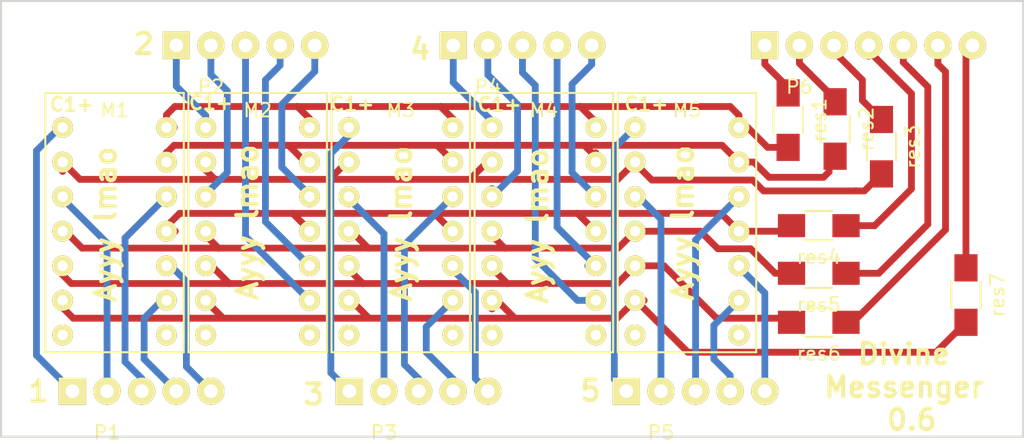
<source format=kicad_pcb>
(kicad_pcb (version 4) (host pcbnew 4.0.2+dfsg1-stable)

  (general
    (links 67)
    (no_connects 0)
    (area 137.124999 45.524999 213.275001 78.675001)
    (thickness 1.6)
    (drawings 20)
    (tracks 293)
    (zones 0)
    (modules 18)
    (nets 40)
  )

  (page A4)
  (layers
    (0 F.Cu signal)
    (31 B.Cu signal)
    (32 B.Adhes user hide)
    (33 F.Adhes user hide)
    (34 B.Paste user hide)
    (35 F.Paste user hide)
    (36 B.SilkS user)
    (37 F.SilkS user)
    (38 B.Mask user)
    (39 F.Mask user)
    (40 Dwgs.User user hide)
    (41 Cmts.User user hide)
    (42 Eco1.User user hide)
    (43 Eco2.User user hide)
    (44 Edge.Cuts user)
    (45 Margin user hide)
    (46 B.CrtYd user hide)
    (47 F.CrtYd user hide)
    (48 B.Fab user hide)
    (49 F.Fab user hide)
  )

  (setup
    (last_trace_width 0.5)
    (trace_clearance 0.2)
    (zone_clearance 0.508)
    (zone_45_only no)
    (trace_min 0.5)
    (segment_width 0.2)
    (edge_width 0.15)
    (via_size 0.6)
    (via_drill 0.4)
    (via_min_size 0.4)
    (via_min_drill 0.3)
    (uvia_size 0.3)
    (uvia_drill 0.1)
    (uvias_allowed no)
    (uvia_min_size 0.2)
    (uvia_min_drill 0.1)
    (pcb_text_width 0.3)
    (pcb_text_size 1.5 1.5)
    (mod_edge_width 0.15)
    (mod_text_size 1 1)
    (mod_text_width 0.15)
    (pad_size 1.524 1.524)
    (pad_drill 0.762)
    (pad_to_mask_clearance 0.2)
    (aux_axis_origin 0 0)
    (visible_elements FFFFFF1F)
    (pcbplotparams
      (layerselection 0x010f0_80000001)
      (usegerberextensions false)
      (excludeedgelayer true)
      (linewidth 0.100000)
      (plotframeref false)
      (viasonmask false)
      (mode 1)
      (useauxorigin false)
      (hpglpennumber 1)
      (hpglpenspeed 20)
      (hpglpendiameter 15)
      (hpglpenoverlay 2)
      (psnegative false)
      (psa4output false)
      (plotreference true)
      (plotvalue true)
      (plotinvisibletext false)
      (padsonsilk false)
      (subtractmaskfromsilk false)
      (outputformat 1)
      (mirror false)
      (drillshape 0)
      (scaleselection 1)
      (outputdirectory ""))
  )

  (net 0 "")
  (net 1 C1)
  (net 2 R3)
  (net 3 C2)
  (net 4 R5)
  (net 5 R6)
  (net 6 R7)
  (net 7 C4)
  (net 8 R4)
  (net 9 C3)
  (net 10 R2)
  (net 11 R1)
  (net 12 C6)
  (net 13 C7)
  (net 14 C10)
  (net 15 C8)
  (net 16 C11)
  (net 17 C12)
  (net 18 C14)
  (net 19 C13)
  (net 20 C16)
  (net 21 C17)
  (net 22 C19)
  (net 23 C18)
  (net 24 C21)
  (net 25 C22)
  (net 26 C24)
  (net 27 C25)
  (net 28 C23)
  (net 29 C5)
  (net 30 C9)
  (net 31 C15)
  (net 32 C20)
  (net 33 "Net-(P6-Pad1)")
  (net 34 "Net-(P6-Pad2)")
  (net 35 "Net-(P6-Pad3)")
  (net 36 "Net-(P6-Pad4)")
  (net 37 "Net-(P6-Pad5)")
  (net 38 "Net-(P6-Pad6)")
  (net 39 "Net-(P6-Pad7)")

  (net_class Default "This is the default net class."
    (clearance 0.2)
    (trace_width 0.5)
    (via_dia 0.6)
    (via_drill 0.4)
    (uvia_dia 0.3)
    (uvia_drill 0.1)
  )

  (net_class now3 ""
    (clearance 0.2)
    (trace_width 0.5)
    (via_dia 0.6)
    (via_drill 0.4)
    (uvia_dia 0.3)
    (uvia_drill 0.1)
  )

  (net_class now4 ""
    (clearance 0.2)
    (trace_width 0.5)
    (via_dia 0.6)
    (via_drill 0.4)
    (uvia_dia 0.3)
    (uvia_drill 0.1)
    (add_net C1)
    (add_net C10)
    (add_net C11)
    (add_net C12)
    (add_net C13)
    (add_net C14)
    (add_net C15)
    (add_net C16)
    (add_net C17)
    (add_net C18)
    (add_net C19)
    (add_net C2)
    (add_net C20)
    (add_net C21)
    (add_net C22)
    (add_net C23)
    (add_net C24)
    (add_net C25)
    (add_net C3)
    (add_net C4)
    (add_net C5)
    (add_net C6)
    (add_net C7)
    (add_net C8)
    (add_net C9)
    (add_net "Net-(P6-Pad1)")
    (add_net "Net-(P6-Pad2)")
    (add_net "Net-(P6-Pad3)")
    (add_net "Net-(P6-Pad4)")
    (add_net "Net-(P6-Pad5)")
    (add_net "Net-(P6-Pad6)")
    (add_net "Net-(P6-Pad7)")
    (add_net R1)
    (add_net R2)
    (add_net R3)
    (add_net R4)
    (add_net R5)
    (add_net R6)
    (add_net R7)
  )

  (module Resistors_SMD:R_1206_HandSoldering (layer F.Cu) (tedit 5418A20D) (tstamp 5B840DBF)
    (at 194.75 53.75 270)
    (descr "Resistor SMD 1206, hand soldering")
    (tags "resistor 1206")
    (path /5B841175)
    (attr smd)
    (fp_text reference res1 (at 0 -2.3 270) (layer F.SilkS)
      (effects (font (size 1 1) (thickness 0.15)))
    )
    (fp_text value 1000 (at 0 2.3 270) (layer F.Fab)
      (effects (font (size 1 1) (thickness 0.15)))
    )
    (fp_line (start -3.3 -1.2) (end 3.3 -1.2) (layer F.CrtYd) (width 0.05))
    (fp_line (start -3.3 1.2) (end 3.3 1.2) (layer F.CrtYd) (width 0.05))
    (fp_line (start -3.3 -1.2) (end -3.3 1.2) (layer F.CrtYd) (width 0.05))
    (fp_line (start 3.3 -1.2) (end 3.3 1.2) (layer F.CrtYd) (width 0.05))
    (fp_line (start 1 1.075) (end -1 1.075) (layer F.SilkS) (width 0.15))
    (fp_line (start -1 -1.075) (end 1 -1.075) (layer F.SilkS) (width 0.15))
    (pad 1 smd rect (at -2 0 270) (size 2 1.7) (layers F.Cu F.Paste F.Mask)
      (net 33 "Net-(P6-Pad1)"))
    (pad 2 smd rect (at 2 0 270) (size 2 1.7) (layers F.Cu F.Paste F.Mask)
      (net 11 R1))
    (model Resistors_SMD.3dshapes/R_1206_HandSoldering.wrl
      (at (xyz 0 0 0))
      (scale (xyz 1 1 1))
      (rotate (xyz 0 0 0))
    )
  )

  (module Resistors_SMD:R_1206_HandSoldering (layer F.Cu) (tedit 5418A20D) (tstamp 5B840DC5)
    (at 198.2 54.4 270)
    (descr "Resistor SMD 1206, hand soldering")
    (tags "resistor 1206")
    (path /5B84120A)
    (attr smd)
    (fp_text reference res2 (at 0 -2.3 270) (layer F.SilkS)
      (effects (font (size 1 1) (thickness 0.15)))
    )
    (fp_text value 1000 (at 0 2.3 270) (layer F.Fab)
      (effects (font (size 1 1) (thickness 0.15)))
    )
    (fp_line (start -3.3 -1.2) (end 3.3 -1.2) (layer F.CrtYd) (width 0.05))
    (fp_line (start -3.3 1.2) (end 3.3 1.2) (layer F.CrtYd) (width 0.05))
    (fp_line (start -3.3 -1.2) (end -3.3 1.2) (layer F.CrtYd) (width 0.05))
    (fp_line (start 3.3 -1.2) (end 3.3 1.2) (layer F.CrtYd) (width 0.05))
    (fp_line (start 1 1.075) (end -1 1.075) (layer F.SilkS) (width 0.15))
    (fp_line (start -1 -1.075) (end 1 -1.075) (layer F.SilkS) (width 0.15))
    (pad 1 smd rect (at -2 0 270) (size 2 1.7) (layers F.Cu F.Paste F.Mask)
      (net 34 "Net-(P6-Pad2)"))
    (pad 2 smd rect (at 2 0 270) (size 2 1.7) (layers F.Cu F.Paste F.Mask)
      (net 10 R2))
    (model Resistors_SMD.3dshapes/R_1206_HandSoldering.wrl
      (at (xyz 0 0 0))
      (scale (xyz 1 1 1))
      (rotate (xyz 0 0 0))
    )
  )

  (module Resistors_SMD:R_1206_HandSoldering (layer F.Cu) (tedit 5418A20D) (tstamp 5B840DCB)
    (at 201.6 55.7 270)
    (descr "Resistor SMD 1206, hand soldering")
    (tags "resistor 1206")
    (path /5B84123B)
    (attr smd)
    (fp_text reference res3 (at 0 -2.3 270) (layer F.SilkS)
      (effects (font (size 1 1) (thickness 0.15)))
    )
    (fp_text value 1000 (at 0 2.3 270) (layer F.Fab)
      (effects (font (size 1 1) (thickness 0.15)))
    )
    (fp_line (start -3.3 -1.2) (end 3.3 -1.2) (layer F.CrtYd) (width 0.05))
    (fp_line (start -3.3 1.2) (end 3.3 1.2) (layer F.CrtYd) (width 0.05))
    (fp_line (start -3.3 -1.2) (end -3.3 1.2) (layer F.CrtYd) (width 0.05))
    (fp_line (start 3.3 -1.2) (end 3.3 1.2) (layer F.CrtYd) (width 0.05))
    (fp_line (start 1 1.075) (end -1 1.075) (layer F.SilkS) (width 0.15))
    (fp_line (start -1 -1.075) (end 1 -1.075) (layer F.SilkS) (width 0.15))
    (pad 1 smd rect (at -2 0 270) (size 2 1.7) (layers F.Cu F.Paste F.Mask)
      (net 35 "Net-(P6-Pad3)"))
    (pad 2 smd rect (at 2 0 270) (size 2 1.7) (layers F.Cu F.Paste F.Mask)
      (net 2 R3))
    (model Resistors_SMD.3dshapes/R_1206_HandSoldering.wrl
      (at (xyz 0 0 0))
      (scale (xyz 1 1 1))
      (rotate (xyz 0 0 0))
    )
  )

  (module Resistors_SMD:R_1206_HandSoldering (layer F.Cu) (tedit 5418A20D) (tstamp 5B840DD1)
    (at 197 61.5 180)
    (descr "Resistor SMD 1206, hand soldering")
    (tags "resistor 1206")
    (path /5B841273)
    (attr smd)
    (fp_text reference res4 (at 0 -2.3 180) (layer F.SilkS)
      (effects (font (size 1 1) (thickness 0.15)))
    )
    (fp_text value 1000 (at 0 2.3 180) (layer F.Fab)
      (effects (font (size 1 1) (thickness 0.15)))
    )
    (fp_line (start -3.3 -1.2) (end 3.3 -1.2) (layer F.CrtYd) (width 0.05))
    (fp_line (start -3.3 1.2) (end 3.3 1.2) (layer F.CrtYd) (width 0.05))
    (fp_line (start -3.3 -1.2) (end -3.3 1.2) (layer F.CrtYd) (width 0.05))
    (fp_line (start 3.3 -1.2) (end 3.3 1.2) (layer F.CrtYd) (width 0.05))
    (fp_line (start 1 1.075) (end -1 1.075) (layer F.SilkS) (width 0.15))
    (fp_line (start -1 -1.075) (end 1 -1.075) (layer F.SilkS) (width 0.15))
    (pad 1 smd rect (at -2 0 180) (size 2 1.7) (layers F.Cu F.Paste F.Mask)
      (net 36 "Net-(P6-Pad4)"))
    (pad 2 smd rect (at 2 0 180) (size 2 1.7) (layers F.Cu F.Paste F.Mask)
      (net 8 R4))
    (model Resistors_SMD.3dshapes/R_1206_HandSoldering.wrl
      (at (xyz 0 0 0))
      (scale (xyz 1 1 1))
      (rotate (xyz 0 0 0))
    )
  )

  (module Resistors_SMD:R_1206_HandSoldering (layer F.Cu) (tedit 5418A20D) (tstamp 5B840DD7)
    (at 197 65 180)
    (descr "Resistor SMD 1206, hand soldering")
    (tags "resistor 1206")
    (path /5B8412DF)
    (attr smd)
    (fp_text reference res5 (at 0 -2.3 180) (layer F.SilkS)
      (effects (font (size 1 1) (thickness 0.15)))
    )
    (fp_text value 1000 (at 0 2.3 180) (layer F.Fab)
      (effects (font (size 1 1) (thickness 0.15)))
    )
    (fp_line (start -3.3 -1.2) (end 3.3 -1.2) (layer F.CrtYd) (width 0.05))
    (fp_line (start -3.3 1.2) (end 3.3 1.2) (layer F.CrtYd) (width 0.05))
    (fp_line (start -3.3 -1.2) (end -3.3 1.2) (layer F.CrtYd) (width 0.05))
    (fp_line (start 3.3 -1.2) (end 3.3 1.2) (layer F.CrtYd) (width 0.05))
    (fp_line (start 1 1.075) (end -1 1.075) (layer F.SilkS) (width 0.15))
    (fp_line (start -1 -1.075) (end 1 -1.075) (layer F.SilkS) (width 0.15))
    (pad 1 smd rect (at -2 0 180) (size 2 1.7) (layers F.Cu F.Paste F.Mask)
      (net 37 "Net-(P6-Pad5)"))
    (pad 2 smd rect (at 2 0 180) (size 2 1.7) (layers F.Cu F.Paste F.Mask)
      (net 4 R5))
    (model Resistors_SMD.3dshapes/R_1206_HandSoldering.wrl
      (at (xyz 0 0 0))
      (scale (xyz 1 1 1))
      (rotate (xyz 0 0 0))
    )
  )

  (module Resistors_SMD:R_1206_HandSoldering (layer F.Cu) (tedit 5418A20D) (tstamp 5B840DDD)
    (at 197 68.6 180)
    (descr "Resistor SMD 1206, hand soldering")
    (tags "resistor 1206")
    (path /5B841319)
    (attr smd)
    (fp_text reference res6 (at 0 -2.3 180) (layer F.SilkS)
      (effects (font (size 1 1) (thickness 0.15)))
    )
    (fp_text value 1000 (at 0 2.3 180) (layer F.Fab)
      (effects (font (size 1 1) (thickness 0.15)))
    )
    (fp_line (start -3.3 -1.2) (end 3.3 -1.2) (layer F.CrtYd) (width 0.05))
    (fp_line (start -3.3 1.2) (end 3.3 1.2) (layer F.CrtYd) (width 0.05))
    (fp_line (start -3.3 -1.2) (end -3.3 1.2) (layer F.CrtYd) (width 0.05))
    (fp_line (start 3.3 -1.2) (end 3.3 1.2) (layer F.CrtYd) (width 0.05))
    (fp_line (start 1 1.075) (end -1 1.075) (layer F.SilkS) (width 0.15))
    (fp_line (start -1 -1.075) (end 1 -1.075) (layer F.SilkS) (width 0.15))
    (pad 1 smd rect (at -2 0 180) (size 2 1.7) (layers F.Cu F.Paste F.Mask)
      (net 38 "Net-(P6-Pad6)"))
    (pad 2 smd rect (at 2 0 180) (size 2 1.7) (layers F.Cu F.Paste F.Mask)
      (net 5 R6))
    (model Resistors_SMD.3dshapes/R_1206_HandSoldering.wrl
      (at (xyz 0 0 0))
      (scale (xyz 1 1 1))
      (rotate (xyz 0 0 0))
    )
  )

  (module Resistors_SMD:R_1206_HandSoldering (layer F.Cu) (tedit 5418A20D) (tstamp 5B840DE3)
    (at 207.8 66.6 270)
    (descr "Resistor SMD 1206, hand soldering")
    (tags "resistor 1206")
    (path /5B841356)
    (attr smd)
    (fp_text reference res7 (at 0 -2.3 270) (layer F.SilkS)
      (effects (font (size 1 1) (thickness 0.15)))
    )
    (fp_text value 1000 (at 0 2.3 270) (layer F.Fab)
      (effects (font (size 1 1) (thickness 0.15)))
    )
    (fp_line (start -3.3 -1.2) (end 3.3 -1.2) (layer F.CrtYd) (width 0.05))
    (fp_line (start -3.3 1.2) (end 3.3 1.2) (layer F.CrtYd) (width 0.05))
    (fp_line (start -3.3 -1.2) (end -3.3 1.2) (layer F.CrtYd) (width 0.05))
    (fp_line (start 3.3 -1.2) (end 3.3 1.2) (layer F.CrtYd) (width 0.05))
    (fp_line (start 1 1.075) (end -1 1.075) (layer F.SilkS) (width 0.15))
    (fp_line (start -1 -1.075) (end 1 -1.075) (layer F.SilkS) (width 0.15))
    (pad 1 smd rect (at -2 0 270) (size 2 1.7) (layers F.Cu F.Paste F.Mask)
      (net 39 "Net-(P6-Pad7)"))
    (pad 2 smd rect (at 2 0 270) (size 2 1.7) (layers F.Cu F.Paste F.Mask)
      (net 6 R7))
    (model Resistors_SMD.3dshapes/R_1206_HandSoldering.wrl
      (at (xyz 0 0 0))
      (scale (xyz 1 1 1))
      (rotate (xyz 0 0 0))
    )
  )

  (module NonRetardedHeader:NonRetardHeader1x5 (layer F.Cu) (tedit 5B840B7A) (tstamp 5B842446)
    (at 144.78 76.2)
    (path /5B841EB0)
    (fp_text reference P1 (at 0 0.5) (layer F.SilkS)
      (effects (font (size 1 1) (thickness 0.15)))
    )
    (fp_text value CONN_01X05 (at 0 -0.5) (layer F.Fab)
      (effects (font (size 1 1) (thickness 0.15)))
    )
    (pad 1 thru_hole rect (at -2.54 -2.54) (size 2 2) (drill 1) (layers *.Cu *.Mask F.SilkS)
      (net 1 C1))
    (pad 2 thru_hole circle (at 0 -2.54) (size 2 2) (drill 1) (layers *.Cu *.Mask F.SilkS)
      (net 3 C2))
    (pad 3 thru_hole circle (at 2.54 -2.54) (size 2 2) (drill 1) (layers *.Cu *.Mask F.SilkS)
      (net 9 C3))
    (pad 4 thru_hole circle (at 5.08 -2.54) (size 2 2) (drill 1) (layers *.Cu *.Mask F.SilkS)
      (net 7 C4))
    (pad 5 thru_hole circle (at 7.62 -2.54) (size 2 2) (drill 1) (layers *.Cu *.Mask F.SilkS)
      (net 29 C5))
  )

  (module NonRetardedHeader:NonRetardHeader1x5 (layer F.Cu) (tedit 5B840B7A) (tstamp 5B842458)
    (at 165.1 76.2)
    (path /5B841FAF)
    (fp_text reference P3 (at 0 0.5) (layer F.SilkS)
      (effects (font (size 1 1) (thickness 0.15)))
    )
    (fp_text value CONN_01X05 (at 0 -0.5) (layer F.Fab)
      (effects (font (size 1 1) (thickness 0.15)))
    )
    (pad 1 thru_hole rect (at -2.54 -2.54) (size 2 2) (drill 1) (layers *.Cu *.Mask F.SilkS)
      (net 16 C11))
    (pad 2 thru_hole circle (at 0 -2.54) (size 2 2) (drill 1) (layers *.Cu *.Mask F.SilkS)
      (net 17 C12))
    (pad 3 thru_hole circle (at 2.54 -2.54) (size 2 2) (drill 1) (layers *.Cu *.Mask F.SilkS)
      (net 19 C13))
    (pad 4 thru_hole circle (at 5.08 -2.54) (size 2 2) (drill 1) (layers *.Cu *.Mask F.SilkS)
      (net 18 C14))
    (pad 5 thru_hole circle (at 7.62 -2.54) (size 2 2) (drill 1) (layers *.Cu *.Mask F.SilkS)
      (net 31 C15))
  )

  (module NonRetardedHeader:NonRetardHeader1x5 (layer F.Cu) (tedit 5B840B7A) (tstamp 5B84246A)
    (at 185.42 76.2)
    (path /5B8420AC)
    (fp_text reference P5 (at 0 0.5) (layer F.SilkS)
      (effects (font (size 1 1) (thickness 0.15)))
    )
    (fp_text value CONN_01X05 (at 0 -0.5) (layer F.Fab)
      (effects (font (size 1 1) (thickness 0.15)))
    )
    (pad 1 thru_hole rect (at -2.54 -2.54) (size 2 2) (drill 1) (layers *.Cu *.Mask F.SilkS)
      (net 24 C21))
    (pad 2 thru_hole circle (at 0 -2.54) (size 2 2) (drill 1) (layers *.Cu *.Mask F.SilkS)
      (net 25 C22))
    (pad 3 thru_hole circle (at 2.54 -2.54) (size 2 2) (drill 1) (layers *.Cu *.Mask F.SilkS)
      (net 28 C23))
    (pad 4 thru_hole circle (at 5.08 -2.54) (size 2 2) (drill 1) (layers *.Cu *.Mask F.SilkS)
      (net 26 C24))
    (pad 5 thru_hole circle (at 7.62 -2.54) (size 2 2) (drill 1) (layers *.Cu *.Mask F.SilkS)
      (net 27 C25))
  )

  (module NonRetardedHeader:NonRetardHeader1x7 (layer F.Cu) (tedit 5B840BA7) (tstamp 5B842475)
    (at 195.58 50.8)
    (path /5B84156A)
    (fp_text reference P6 (at 0 0.5) (layer F.SilkS)
      (effects (font (size 1 1) (thickness 0.15)))
    )
    (fp_text value CONN_01X07 (at 0 -0.5) (layer F.Fab)
      (effects (font (size 1 1) (thickness 0.15)))
    )
    (pad 1 thru_hole rect (at -2.54 -2.54) (size 2 2) (drill 1) (layers *.Cu *.Mask F.SilkS)
      (net 33 "Net-(P6-Pad1)"))
    (pad 2 thru_hole circle (at 0 -2.54) (size 2 2) (drill 1) (layers *.Cu *.Mask F.SilkS)
      (net 34 "Net-(P6-Pad2)"))
    (pad 3 thru_hole circle (at 2.54 -2.54) (size 2 2) (drill 1) (layers *.Cu *.Mask F.SilkS)
      (net 35 "Net-(P6-Pad3)"))
    (pad 4 thru_hole circle (at 5.08 -2.54) (size 2 2) (drill 1) (layers *.Cu *.Mask F.SilkS)
      (net 36 "Net-(P6-Pad4)"))
    (pad 5 thru_hole circle (at 7.62 -2.54) (size 2 2) (drill 1) (layers *.Cu *.Mask F.SilkS)
      (net 37 "Net-(P6-Pad5)"))
    (pad 6 thru_hole circle (at 10.16 -2.54) (size 2 2) (drill 1) (layers *.Cu *.Mask F.SilkS)
      (net 38 "Net-(P6-Pad6)"))
    (pad 7 thru_hole circle (at 12.7 -2.54) (size 2 2) (drill 1) (layers *.Cu *.Mask F.SilkS)
      (net 39 "Net-(P6-Pad7)"))
  )

  (module 757-5x7Matrix:757-5x7Matrix-socket (layer F.Cu) (tedit 5B84245B) (tstamp 5B842591)
    (at 140.25 51.75)
    (path /5B8405A3)
    (fp_text reference M1 (at 5.08 1.27) (layer F.SilkS)
      (effects (font (size 1 1) (thickness 0.15)))
    )
    (fp_text value 757AS_5x7Matrix (at 5.08 8.89 270) (layer F.Fab)
      (effects (font (size 1 1) (thickness 0.15)))
    )
    (fp_line (start 0 17.78) (end 0 19.05) (layer F.SilkS) (width 0.15))
    (fp_line (start 10.16 17.78) (end 10.16 19.05) (layer F.SilkS) (width 0.15))
    (fp_line (start 10.16 19.05) (end 0 19.05) (layer F.SilkS) (width 0.15))
    (fp_line (start 0 0) (end 10.16 0) (layer F.SilkS) (width 0.15))
    (fp_line (start 10.16 0) (end 10.16 17.78) (layer F.SilkS) (width 0.15))
    (fp_line (start 0 17.78) (end 0 0) (layer F.SilkS) (width 0.15))
    (pad 1 thru_hole circle (at 1.27 2.54) (size 1.524 1.524) (drill 0.762) (layers *.Cu *.Mask F.SilkS)
      (net 1 C1))
    (pad 2 thru_hole circle (at 1.27 5.08) (size 1.524 1.524) (drill 0.762) (layers *.Cu *.Mask F.SilkS)
      (net 2 R3))
    (pad 3 thru_hole circle (at 1.27 7.62) (size 1.524 1.524) (drill 0.762) (layers *.Cu *.Mask F.SilkS)
      (net 3 C2))
    (pad 4 thru_hole circle (at 1.27 10.16) (size 1.524 1.524) (drill 0.762) (layers *.Cu *.Mask F.SilkS)
      (net 4 R5))
    (pad 5 thru_hole circle (at 1.27 12.7) (size 1.524 1.524) (drill 0.762) (layers *.Cu *.Mask F.SilkS)
      (net 5 R6))
    (pad 6 thru_hole circle (at 1.27 15.24) (size 1.524 1.524) (drill 0.762) (layers *.Cu *.Mask F.SilkS)
      (net 6 R7))
    (pad 7 thru_hole circle (at 8.89 15.24) (size 1.524 1.524) (drill 0.762) (layers *.Cu *.Mask F.SilkS)
      (net 7 C4))
    (pad 8 thru_hole circle (at 8.89 12.7) (size 1.524 1.524) (drill 0.762) (layers *.Cu *.Mask F.SilkS)
      (net 29 C5))
    (pad 9 thru_hole circle (at 8.89 10.16) (size 1.524 1.524) (drill 0.762) (layers *.Cu *.Mask F.SilkS)
      (net 8 R4))
    (pad 10 thru_hole circle (at 8.89 7.62) (size 1.524 1.524) (drill 0.762) (layers *.Cu *.Mask F.SilkS)
      (net 9 C3))
    (pad 11 thru_hole circle (at 8.89 5.08) (size 1.524 1.524) (drill 0.762) (layers *.Cu *.Mask F.SilkS)
      (net 10 R2))
    (pad 12 thru_hole circle (at 8.89 2.54) (size 1.524 1.524) (drill 0.762) (layers *.Cu *.Mask F.SilkS)
      (net 11 R1))
    (pad 13 thru_hole circle (at 1.27 17.78) (size 1.524 1.524) (drill 0.762) (layers *.Cu *.Mask F.SilkS))
    (pad 14 thru_hole circle (at 8.89 17.78) (size 1.524 1.524) (drill 0.762) (layers *.Cu *.Mask F.SilkS))
  )

  (module 757-5x7Matrix:757-5x7Matrix-socket (layer F.Cu) (tedit 5B84245B) (tstamp 5B8425A6)
    (at 150.75 51.75)
    (path /5B8405A4)
    (fp_text reference M2 (at 5.08 1.27) (layer F.SilkS)
      (effects (font (size 1 1) (thickness 0.15)))
    )
    (fp_text value 757AS_5x7Matrix (at 5.08 8.89 270) (layer F.Fab)
      (effects (font (size 1 1) (thickness 0.15)))
    )
    (fp_line (start 0 17.78) (end 0 19.05) (layer F.SilkS) (width 0.15))
    (fp_line (start 10.16 17.78) (end 10.16 19.05) (layer F.SilkS) (width 0.15))
    (fp_line (start 10.16 19.05) (end 0 19.05) (layer F.SilkS) (width 0.15))
    (fp_line (start 0 0) (end 10.16 0) (layer F.SilkS) (width 0.15))
    (fp_line (start 10.16 0) (end 10.16 17.78) (layer F.SilkS) (width 0.15))
    (fp_line (start 0 17.78) (end 0 0) (layer F.SilkS) (width 0.15))
    (pad 1 thru_hole circle (at 1.27 2.54) (size 1.524 1.524) (drill 0.762) (layers *.Cu *.Mask F.SilkS)
      (net 12 C6))
    (pad 2 thru_hole circle (at 1.27 5.08) (size 1.524 1.524) (drill 0.762) (layers *.Cu *.Mask F.SilkS)
      (net 2 R3))
    (pad 3 thru_hole circle (at 1.27 7.62) (size 1.524 1.524) (drill 0.762) (layers *.Cu *.Mask F.SilkS)
      (net 13 C7))
    (pad 4 thru_hole circle (at 1.27 10.16) (size 1.524 1.524) (drill 0.762) (layers *.Cu *.Mask F.SilkS)
      (net 4 R5))
    (pad 5 thru_hole circle (at 1.27 12.7) (size 1.524 1.524) (drill 0.762) (layers *.Cu *.Mask F.SilkS)
      (net 5 R6))
    (pad 6 thru_hole circle (at 1.27 15.24) (size 1.524 1.524) (drill 0.762) (layers *.Cu *.Mask F.SilkS)
      (net 6 R7))
    (pad 7 thru_hole circle (at 8.89 15.24) (size 1.524 1.524) (drill 0.762) (layers *.Cu *.Mask F.SilkS)
      (net 30 C9))
    (pad 8 thru_hole circle (at 8.89 12.7) (size 1.524 1.524) (drill 0.762) (layers *.Cu *.Mask F.SilkS)
      (net 14 C10))
    (pad 9 thru_hole circle (at 8.89 10.16) (size 1.524 1.524) (drill 0.762) (layers *.Cu *.Mask F.SilkS)
      (net 8 R4))
    (pad 10 thru_hole circle (at 8.89 7.62) (size 1.524 1.524) (drill 0.762) (layers *.Cu *.Mask F.SilkS)
      (net 15 C8))
    (pad 11 thru_hole circle (at 8.89 5.08) (size 1.524 1.524) (drill 0.762) (layers *.Cu *.Mask F.SilkS)
      (net 10 R2))
    (pad 12 thru_hole circle (at 8.89 2.54) (size 1.524 1.524) (drill 0.762) (layers *.Cu *.Mask F.SilkS)
      (net 11 R1))
    (pad 13 thru_hole circle (at 1.27 17.78) (size 1.524 1.524) (drill 0.762) (layers *.Cu *.Mask F.SilkS))
    (pad 14 thru_hole circle (at 8.89 17.78) (size 1.524 1.524) (drill 0.762) (layers *.Cu *.Mask F.SilkS))
  )

  (module 757-5x7Matrix:757-5x7Matrix-socket (layer F.Cu) (tedit 5B84245B) (tstamp 5B8425BB)
    (at 161.25 51.75)
    (path /5B8405A5)
    (fp_text reference M3 (at 5.08 1.27) (layer F.SilkS)
      (effects (font (size 1 1) (thickness 0.15)))
    )
    (fp_text value 757AS_5x7Matrix (at 5.08 8.89 270) (layer F.Fab)
      (effects (font (size 1 1) (thickness 0.15)))
    )
    (fp_line (start 0 17.78) (end 0 19.05) (layer F.SilkS) (width 0.15))
    (fp_line (start 10.16 17.78) (end 10.16 19.05) (layer F.SilkS) (width 0.15))
    (fp_line (start 10.16 19.05) (end 0 19.05) (layer F.SilkS) (width 0.15))
    (fp_line (start 0 0) (end 10.16 0) (layer F.SilkS) (width 0.15))
    (fp_line (start 10.16 0) (end 10.16 17.78) (layer F.SilkS) (width 0.15))
    (fp_line (start 0 17.78) (end 0 0) (layer F.SilkS) (width 0.15))
    (pad 1 thru_hole circle (at 1.27 2.54) (size 1.524 1.524) (drill 0.762) (layers *.Cu *.Mask F.SilkS)
      (net 16 C11))
    (pad 2 thru_hole circle (at 1.27 5.08) (size 1.524 1.524) (drill 0.762) (layers *.Cu *.Mask F.SilkS)
      (net 2 R3))
    (pad 3 thru_hole circle (at 1.27 7.62) (size 1.524 1.524) (drill 0.762) (layers *.Cu *.Mask F.SilkS)
      (net 17 C12))
    (pad 4 thru_hole circle (at 1.27 10.16) (size 1.524 1.524) (drill 0.762) (layers *.Cu *.Mask F.SilkS)
      (net 4 R5))
    (pad 5 thru_hole circle (at 1.27 12.7) (size 1.524 1.524) (drill 0.762) (layers *.Cu *.Mask F.SilkS)
      (net 5 R6))
    (pad 6 thru_hole circle (at 1.27 15.24) (size 1.524 1.524) (drill 0.762) (layers *.Cu *.Mask F.SilkS)
      (net 6 R7))
    (pad 7 thru_hole circle (at 8.89 15.24) (size 1.524 1.524) (drill 0.762) (layers *.Cu *.Mask F.SilkS)
      (net 18 C14))
    (pad 8 thru_hole circle (at 8.89 12.7) (size 1.524 1.524) (drill 0.762) (layers *.Cu *.Mask F.SilkS)
      (net 31 C15))
    (pad 9 thru_hole circle (at 8.89 10.16) (size 1.524 1.524) (drill 0.762) (layers *.Cu *.Mask F.SilkS)
      (net 8 R4))
    (pad 10 thru_hole circle (at 8.89 7.62) (size 1.524 1.524) (drill 0.762) (layers *.Cu *.Mask F.SilkS)
      (net 19 C13))
    (pad 11 thru_hole circle (at 8.89 5.08) (size 1.524 1.524) (drill 0.762) (layers *.Cu *.Mask F.SilkS)
      (net 10 R2))
    (pad 12 thru_hole circle (at 8.89 2.54) (size 1.524 1.524) (drill 0.762) (layers *.Cu *.Mask F.SilkS)
      (net 11 R1))
    (pad 13 thru_hole circle (at 1.27 17.78) (size 1.524 1.524) (drill 0.762) (layers *.Cu *.Mask F.SilkS))
    (pad 14 thru_hole circle (at 8.89 17.78) (size 1.524 1.524) (drill 0.762) (layers *.Cu *.Mask F.SilkS))
  )

  (module 757-5x7Matrix:757-5x7Matrix-socket (layer F.Cu) (tedit 5B84245B) (tstamp 5B8425D0)
    (at 171.75 51.75)
    (path /5B8405A6)
    (fp_text reference M4 (at 5.08 1.27) (layer F.SilkS)
      (effects (font (size 1 1) (thickness 0.15)))
    )
    (fp_text value 757AS_5x7Matrix (at 5.08 8.89 270) (layer F.Fab)
      (effects (font (size 1 1) (thickness 0.15)))
    )
    (fp_line (start 0 17.78) (end 0 19.05) (layer F.SilkS) (width 0.15))
    (fp_line (start 10.16 17.78) (end 10.16 19.05) (layer F.SilkS) (width 0.15))
    (fp_line (start 10.16 19.05) (end 0 19.05) (layer F.SilkS) (width 0.15))
    (fp_line (start 0 0) (end 10.16 0) (layer F.SilkS) (width 0.15))
    (fp_line (start 10.16 0) (end 10.16 17.78) (layer F.SilkS) (width 0.15))
    (fp_line (start 0 17.78) (end 0 0) (layer F.SilkS) (width 0.15))
    (pad 1 thru_hole circle (at 1.27 2.54) (size 1.524 1.524) (drill 0.762) (layers *.Cu *.Mask F.SilkS)
      (net 20 C16))
    (pad 2 thru_hole circle (at 1.27 5.08) (size 1.524 1.524) (drill 0.762) (layers *.Cu *.Mask F.SilkS)
      (net 2 R3))
    (pad 3 thru_hole circle (at 1.27 7.62) (size 1.524 1.524) (drill 0.762) (layers *.Cu *.Mask F.SilkS)
      (net 21 C17))
    (pad 4 thru_hole circle (at 1.27 10.16) (size 1.524 1.524) (drill 0.762) (layers *.Cu *.Mask F.SilkS)
      (net 4 R5))
    (pad 5 thru_hole circle (at 1.27 12.7) (size 1.524 1.524) (drill 0.762) (layers *.Cu *.Mask F.SilkS)
      (net 5 R6))
    (pad 6 thru_hole circle (at 1.27 15.24) (size 1.524 1.524) (drill 0.762) (layers *.Cu *.Mask F.SilkS)
      (net 6 R7))
    (pad 7 thru_hole circle (at 8.89 15.24) (size 1.524 1.524) (drill 0.762) (layers *.Cu *.Mask F.SilkS)
      (net 22 C19))
    (pad 8 thru_hole circle (at 8.89 12.7) (size 1.524 1.524) (drill 0.762) (layers *.Cu *.Mask F.SilkS)
      (net 32 C20))
    (pad 9 thru_hole circle (at 8.89 10.16) (size 1.524 1.524) (drill 0.762) (layers *.Cu *.Mask F.SilkS)
      (net 8 R4))
    (pad 10 thru_hole circle (at 8.89 7.62) (size 1.524 1.524) (drill 0.762) (layers *.Cu *.Mask F.SilkS)
      (net 23 C18))
    (pad 11 thru_hole circle (at 8.89 5.08) (size 1.524 1.524) (drill 0.762) (layers *.Cu *.Mask F.SilkS)
      (net 10 R2))
    (pad 12 thru_hole circle (at 8.89 2.54) (size 1.524 1.524) (drill 0.762) (layers *.Cu *.Mask F.SilkS)
      (net 11 R1))
    (pad 13 thru_hole circle (at 1.27 17.78) (size 1.524 1.524) (drill 0.762) (layers *.Cu *.Mask F.SilkS))
    (pad 14 thru_hole circle (at 8.89 17.78) (size 1.524 1.524) (drill 0.762) (layers *.Cu *.Mask F.SilkS))
  )

  (module 757-5x7Matrix:757-5x7Matrix-socket (layer F.Cu) (tedit 5B84245B) (tstamp 5B8425E5)
    (at 182.25 51.75)
    (path /5B8405A7)
    (fp_text reference M5 (at 5.08 1.27) (layer F.SilkS)
      (effects (font (size 1 1) (thickness 0.15)))
    )
    (fp_text value 757AS_5x7Matrix (at 5.08 8.89 270) (layer F.Fab)
      (effects (font (size 1 1) (thickness 0.15)))
    )
    (fp_line (start 0 17.78) (end 0 19.05) (layer F.SilkS) (width 0.15))
    (fp_line (start 10.16 17.78) (end 10.16 19.05) (layer F.SilkS) (width 0.15))
    (fp_line (start 10.16 19.05) (end 0 19.05) (layer F.SilkS) (width 0.15))
    (fp_line (start 0 0) (end 10.16 0) (layer F.SilkS) (width 0.15))
    (fp_line (start 10.16 0) (end 10.16 17.78) (layer F.SilkS) (width 0.15))
    (fp_line (start 0 17.78) (end 0 0) (layer F.SilkS) (width 0.15))
    (pad 1 thru_hole circle (at 1.27 2.54) (size 1.524 1.524) (drill 0.762) (layers *.Cu *.Mask F.SilkS)
      (net 24 C21))
    (pad 2 thru_hole circle (at 1.27 5.08) (size 1.524 1.524) (drill 0.762) (layers *.Cu *.Mask F.SilkS)
      (net 2 R3))
    (pad 3 thru_hole circle (at 1.27 7.62) (size 1.524 1.524) (drill 0.762) (layers *.Cu *.Mask F.SilkS)
      (net 25 C22))
    (pad 4 thru_hole circle (at 1.27 10.16) (size 1.524 1.524) (drill 0.762) (layers *.Cu *.Mask F.SilkS)
      (net 4 R5))
    (pad 5 thru_hole circle (at 1.27 12.7) (size 1.524 1.524) (drill 0.762) (layers *.Cu *.Mask F.SilkS)
      (net 5 R6))
    (pad 6 thru_hole circle (at 1.27 15.24) (size 1.524 1.524) (drill 0.762) (layers *.Cu *.Mask F.SilkS)
      (net 6 R7))
    (pad 7 thru_hole circle (at 8.89 15.24) (size 1.524 1.524) (drill 0.762) (layers *.Cu *.Mask F.SilkS)
      (net 26 C24))
    (pad 8 thru_hole circle (at 8.89 12.7) (size 1.524 1.524) (drill 0.762) (layers *.Cu *.Mask F.SilkS)
      (net 27 C25))
    (pad 9 thru_hole circle (at 8.89 10.16) (size 1.524 1.524) (drill 0.762) (layers *.Cu *.Mask F.SilkS)
      (net 8 R4))
    (pad 10 thru_hole circle (at 8.89 7.62) (size 1.524 1.524) (drill 0.762) (layers *.Cu *.Mask F.SilkS)
      (net 28 C23))
    (pad 11 thru_hole circle (at 8.89 5.08) (size 1.524 1.524) (drill 0.762) (layers *.Cu *.Mask F.SilkS)
      (net 10 R2))
    (pad 12 thru_hole circle (at 8.89 2.54) (size 1.524 1.524) (drill 0.762) (layers *.Cu *.Mask F.SilkS)
      (net 11 R1))
    (pad 13 thru_hole circle (at 1.27 17.78) (size 1.524 1.524) (drill 0.762) (layers *.Cu *.Mask F.SilkS))
    (pad 14 thru_hole circle (at 8.89 17.78) (size 1.524 1.524) (drill 0.762) (layers *.Cu *.Mask F.SilkS))
  )

  (module NonRetardedHeader:NonRetardHeader1x5 (layer F.Cu) (tedit 5B840B7A) (tstamp 5BA688FF)
    (at 152.4 50.8)
    (path /5BA618B8)
    (fp_text reference P2 (at 0 0.5) (layer F.SilkS)
      (effects (font (size 1 1) (thickness 0.15)))
    )
    (fp_text value CONN_01X05 (at 0 -0.5) (layer F.Fab)
      (effects (font (size 1 1) (thickness 0.15)))
    )
    (pad 1 thru_hole rect (at -2.54 -2.54) (size 2 2) (drill 1) (layers *.Cu *.Mask F.SilkS)
      (net 12 C6))
    (pad 2 thru_hole circle (at 0 -2.54) (size 2 2) (drill 1) (layers *.Cu *.Mask F.SilkS)
      (net 13 C7))
    (pad 3 thru_hole circle (at 2.54 -2.54) (size 2 2) (drill 1) (layers *.Cu *.Mask F.SilkS)
      (net 30 C9))
    (pad 4 thru_hole circle (at 5.08 -2.54) (size 2 2) (drill 1) (layers *.Cu *.Mask F.SilkS)
      (net 14 C10))
    (pad 5 thru_hole circle (at 7.62 -2.54) (size 2 2) (drill 1) (layers *.Cu *.Mask F.SilkS)
      (net 15 C8))
  )

  (module NonRetardedHeader:NonRetardHeader1x5 (layer F.Cu) (tedit 5B840B7A) (tstamp 5BA68908)
    (at 172.72 50.8)
    (path /5BA6191D)
    (fp_text reference P4 (at 0 0.5) (layer F.SilkS)
      (effects (font (size 1 1) (thickness 0.15)))
    )
    (fp_text value CONN_01X05 (at 0 -0.5) (layer F.Fab)
      (effects (font (size 1 1) (thickness 0.15)))
    )
    (pad 1 thru_hole rect (at -2.54 -2.54) (size 2 2) (drill 1) (layers *.Cu *.Mask F.SilkS)
      (net 20 C16))
    (pad 2 thru_hole circle (at 0 -2.54) (size 2 2) (drill 1) (layers *.Cu *.Mask F.SilkS)
      (net 21 C17))
    (pad 3 thru_hole circle (at 2.54 -2.54) (size 2 2) (drill 1) (layers *.Cu *.Mask F.SilkS)
      (net 22 C19))
    (pad 4 thru_hole circle (at 5.08 -2.54) (size 2 2) (drill 1) (layers *.Cu *.Mask F.SilkS)
      (net 32 C20))
    (pad 5 thru_hole circle (at 7.62 -2.54) (size 2 2) (drill 1) (layers *.Cu *.Mask F.SilkS)
      (net 23 C18))
  )

  (gr_line (start 212 45) (end 137 45) (angle 90) (layer Edge.Cuts) (width 0.15))
  (gr_line (start 212 77) (end 212 45) (angle 90) (layer Edge.Cuts) (width 0.15))
  (gr_line (start 137 77) (end 212 77) (angle 90) (layer Edge.Cuts) (width 0.15))
  (gr_line (start 137 45) (end 137 77) (angle 90) (layer Edge.Cuts) (width 0.15))
  (gr_text 1 (at 139.75 73.675) (layer F.SilkS)
    (effects (font (size 1.5 1.5) (thickness 0.3)))
  )
  (gr_text 4 (at 167.75 48.55) (layer F.SilkS)
    (effects (font (size 1.5 1.5) (thickness 0.3)))
  )
  (gr_text 5 (at 180.25 73.625) (layer F.SilkS)
    (effects (font (size 1.5 1.5) (thickness 0.3)))
  )
  (gr_text 3 (at 159.95 73.9) (layer F.SilkS)
    (effects (font (size 1.5 1.5) (thickness 0.3)))
  )
  (gr_text 2 (at 147.475 48.15) (layer F.SilkS)
    (effects (font (size 1.5 1.5) (thickness 0.3)))
  )
  (gr_text "Ayyy lmao" (at 187.025 61.3 90) (layer F.SilkS)
    (effects (font (size 1.5 1.5) (thickness 0.3)))
  )
  (gr_text "Ayyy lmao" (at 176.35 61.525 90) (layer F.SilkS)
    (effects (font (size 1.5 1.5) (thickness 0.3)))
  )
  (gr_text "Ayyy lmao" (at 155.075 61.25 90) (layer F.SilkS)
    (effects (font (size 1.5 1.5) (thickness 0.3)))
  )
  (gr_text "Ayyy lmao" (at 166.35 61.35 90) (layer F.SilkS)
    (effects (font (size 1.5 1.5) (thickness 0.3)))
  )
  (gr_text "Ayyy lmao" (at 144.675 61.4 90) (layer F.SilkS)
    (effects (font (size 1.5 1.5) (thickness 0.3)))
  )
  (gr_text "Divine \nMessenger \n0.6" (at 203.825 73.35) (layer F.SilkS)
    (effects (font (size 1.5 1.5) (thickness 0.3)))
  )
  (gr_text C1+ (at 184.35 52.575) (layer F.SilkS)
    (effects (font (size 1 1) (thickness 0.2)))
  )
  (gr_text C1+ (at 173.575 52.6) (layer F.SilkS)
    (effects (font (size 1 1) (thickness 0.2)))
  )
  (gr_text C1+ (at 162.775 52.575) (layer F.SilkS)
    (effects (font (size 1 1) (thickness 0.2)))
  )
  (gr_text C1+ (at 152.4 52.475) (layer F.SilkS)
    (effects (font (size 1 1) (thickness 0.2)))
  )
  (gr_text C1+ (at 142.2 52.6) (layer F.SilkS)
    (effects (font (size 1 1) (thickness 0.2)))
  )

  (segment (start 141.52 54.29) (end 141.31 54.29) (width 0.5) (layer B.Cu) (net 1) (status 30))
  (segment (start 141.31 54.29) (end 139.6 56) (width 0.5) (layer B.Cu) (net 1) (tstamp 5B841621) (status 10))
  (segment (start 139.6 56) (end 139.6 71.02) (width 0.5) (layer B.Cu) (net 1) (tstamp 5B841622))
  (segment (start 139.6 71.02) (end 142.24 73.66) (width 0.5) (layer B.Cu) (net 1) (tstamp 5B841624) (status 20))
  (segment (start 199.7 58.95) (end 200.35 58.95) (width 0.5) (layer F.Cu) (net 2))
  (segment (start 200.35 58.95) (end 201.6 57.7) (width 0.5) (layer F.Cu) (net 2) (tstamp 5BA68A45))
  (segment (start 152.7 58.1) (end 142.79 58.1) (width 0.5) (layer F.Cu) (net 2))
  (segment (start 142.79 58.1) (end 141.52 56.83) (width 0.5) (layer F.Cu) (net 2) (tstamp 5BA554AD))
  (segment (start 162.52 56.83) (end 162.37 56.83) (width 0.5) (layer F.Cu) (net 2))
  (segment (start 162.37 56.83) (end 161.1 58.1) (width 0.5) (layer F.Cu) (net 2) (tstamp 5BA554A8))
  (segment (start 173.02 56.83) (end 172.67 56.83) (width 0.5) (layer F.Cu) (net 2))
  (segment (start 172.67 56.83) (end 171.4 58.1) (width 0.5) (layer F.Cu) (net 2) (tstamp 5BA554A3))
  (segment (start 152.02 56.83) (end 152.02 57.42) (width 0.5) (layer F.Cu) (net 2))
  (segment (start 152.02 57.42) (end 152.7 58.1) (width 0.5) (layer F.Cu) (net 2) (tstamp 5BA5549E))
  (segment (start 182.25 58.1) (end 183.52 56.83) (width 0.5) (layer F.Cu) (net 2) (tstamp 5BA554A0))
  (segment (start 152.7 58.1) (end 161.1 58.1) (width 0.5) (layer F.Cu) (net 2) (tstamp 5BA5549F))
  (segment (start 161.1 58.1) (end 171.4 58.1) (width 0.5) (layer F.Cu) (net 2) (tstamp 5BA554AB))
  (segment (start 171.4 58.1) (end 182.25 58.1) (width 0.5) (layer F.Cu) (net 2) (tstamp 5BA554A6))
  (segment (start 183.52 56.83) (end 183.52 56.92) (width 0.5) (layer F.Cu) (net 2) (status 30))
  (segment (start 183.52 56.92) (end 184.75 58.15) (width 0.5) (layer F.Cu) (net 2) (tstamp 5B8414D2) (status 10))
  (segment (start 192.95 58.95) (end 199.7 58.95) (width 0.5) (layer F.Cu) (net 2) (tstamp 5B8414D6))
  (segment (start 199.7 58.95) (end 199.75 58.95) (width 0.5) (layer F.Cu) (net 2) (tstamp 5BA68A43))
  (segment (start 192.15 58.15) (end 192.95 58.95) (width 0.5) (layer F.Cu) (net 2) (tstamp 5B8414D5))
  (segment (start 184.75 58.15) (end 192.15 58.15) (width 0.5) (layer F.Cu) (net 2) (tstamp 5B8414D3))
  (segment (start 183.52 56.83) (end 184.03 56.83) (width 0.5) (layer F.Cu) (net 2) (status 30))
  (segment (start 173.02 56.83) (end 173.02 57.02) (width 0.5) (layer F.Cu) (net 2) (status 30))
  (segment (start 162.52 56.83) (end 162.52 57.02) (width 0.5) (layer F.Cu) (net 2) (status 30))
  (segment (start 152.02 57.27) (end 152.02 56.83) (width 0.5) (layer F.Cu) (net 2) (tstamp 5B841275) (status 30))
  (segment (start 183.52 57.23) (end 183.52 56.83) (width 0.5) (layer F.Cu) (net 2) (tstamp 5B84126F) (status 30))
  (segment (start 141.52 56.83) (end 141.52 57.52) (width 0.5) (layer F.Cu) (net 2) (status 30))
  (segment (start 141.52 59.37) (end 141.52 59.52) (width 0.5) (layer B.Cu) (net 3) (status 30))
  (segment (start 141.52 59.52) (end 144.78 62.78) (width 0.5) (layer B.Cu) (net 3) (tstamp 5B841628) (status 10))
  (segment (start 144.78 62.78) (end 144.78 73.66) (width 0.5) (layer B.Cu) (net 3) (tstamp 5B841629) (status 20))
  (segment (start 183.52 61.91) (end 188.31 61.91) (width 0.5) (layer F.Cu) (net 4))
  (segment (start 193.8 65) (end 195 65) (width 0.5) (layer F.Cu) (net 4) (tstamp 5BA68A9D))
  (segment (start 192 63.2) (end 193.8 65) (width 0.5) (layer F.Cu) (net 4) (tstamp 5BA68A9C))
  (segment (start 189.6 63.2) (end 192 63.2) (width 0.5) (layer F.Cu) (net 4) (tstamp 5BA68A9B))
  (segment (start 188.31 61.91) (end 189.6 63.2) (width 0.5) (layer F.Cu) (net 4) (tstamp 5BA68A9A))
  (segment (start 183.52 61.91) (end 184.11 61.91) (width 0.5) (layer F.Cu) (net 4) (status 30))
  (segment (start 173.02 61.91) (end 173.02 62.22) (width 0.5) (layer F.Cu) (net 4) (status 30))
  (segment (start 173.02 62.22) (end 173.95 63.15) (width 0.5) (layer F.Cu) (net 4) (tstamp 5B8412DA) (status 10))
  (segment (start 163.95 63.15) (end 173.95 63.15) (width 0.5) (layer F.Cu) (net 4) (tstamp 5B8412E2))
  (segment (start 173.95 63.15) (end 182.28 63.15) (width 0.5) (layer F.Cu) (net 4) (tstamp 5B8412DD))
  (segment (start 152.02 61.91) (end 152.02 62.22) (width 0.5) (layer F.Cu) (net 4) (status 30))
  (segment (start 152.02 62.22) (end 152.95 63.15) (width 0.5) (layer F.Cu) (net 4) (tstamp 5B8412E4) (status 10))
  (segment (start 162.52 61.91) (end 162.71 61.91) (width 0.5) (layer F.Cu) (net 4) (status 30))
  (segment (start 162.71 61.91) (end 163.95 63.15) (width 0.5) (layer F.Cu) (net 4) (tstamp 5B8412DF) (status 10))
  (segment (start 141.71 61.91) (end 142.95 63.15) (width 0.5) (layer F.Cu) (net 4) (tstamp 5B8412D5) (status 10))
  (segment (start 142.95 63.15) (end 152.95 63.15) (width 0.5) (layer F.Cu) (net 4) (tstamp 5B8412D6))
  (segment (start 152.95 63.15) (end 163.95 63.15) (width 0.5) (layer F.Cu) (net 4) (tstamp 5B8412E7))
  (segment (start 182.28 63.15) (end 183.52 61.91) (width 0.5) (layer F.Cu) (net 4) (tstamp 5B8412D7) (status 20))
  (segment (start 141.52 61.91) (end 141.71 61.91) (width 0.5) (layer F.Cu) (net 4) (status 30))
  (segment (start 183.52 64.45) (end 185.65 64.45) (width 0.5) (layer F.Cu) (net 5))
  (segment (start 189.5 68.3) (end 194.7 68.3) (width 0.5) (layer F.Cu) (net 5) (tstamp 5BA68AA4))
  (segment (start 185.65 64.45) (end 189.5 68.3) (width 0.5) (layer F.Cu) (net 5) (tstamp 5BA68AA2))
  (segment (start 194.7 68.3) (end 195 68.6) (width 0.5) (layer F.Cu) (net 5) (tstamp 5BA68AA6))
  (segment (start 183.52 64.45) (end 183.52 64.52) (width 0.5) (layer F.Cu) (net 5) (status 30))
  (segment (start 152.02 64.45) (end 152.45 64.45) (width 0.5) (layer F.Cu) (net 5) (status 30))
  (segment (start 152.45 64.45) (end 153.75 65.75) (width 0.5) (layer F.Cu) (net 5) (tstamp 5B8412FA) (status 10))
  (segment (start 141.52 65.12) (end 142.15 65.75) (width 0.5) (layer F.Cu) (net 5) (tstamp 5B8412EB) (status 10))
  (segment (start 142.15 65.75) (end 153.75 65.75) (width 0.5) (layer F.Cu) (net 5) (tstamp 5B8412EC))
  (segment (start 153.75 65.75) (end 163.55 65.75) (width 0.5) (layer F.Cu) (net 5) (tstamp 5B8412FD))
  (segment (start 141.52 64.45) (end 141.52 65.12) (width 0.5) (layer F.Cu) (net 5) (status 30))
  (segment (start 162.52 64.45) (end 162.52 64.72) (width 0.5) (layer F.Cu) (net 5) (status 30))
  (segment (start 162.52 64.72) (end 163.55 65.75) (width 0.5) (layer F.Cu) (net 5) (tstamp 5B8412F5) (status 10))
  (segment (start 182.22 65.75) (end 183.52 64.45) (width 0.5) (layer F.Cu) (net 5) (tstamp 5B8412ED) (status 20))
  (segment (start 163.55 65.75) (end 174.15 65.75) (width 0.5) (layer F.Cu) (net 5) (tstamp 5B8412F8))
  (segment (start 173.02 64.45) (end 173.02 64.62) (width 0.5) (layer F.Cu) (net 5) (status 30))
  (segment (start 173.02 64.62) (end 174.15 65.75) (width 0.5) (layer F.Cu) (net 5) (tstamp 5B8412F0) (status 10))
  (segment (start 174.15 65.75) (end 182.22 65.75) (width 0.5) (layer F.Cu) (net 5) (tstamp 5B8412F3))
  (segment (start 173.02 66.99) (end 173.39 66.99) (width 0.5) (layer F.Cu) (net 6))
  (segment (start 173.39 66.99) (end 174.7 68.3) (width 0.5) (layer F.Cu) (net 6) (tstamp 5BA55643))
  (segment (start 162.52 66.99) (end 162.69 66.99) (width 0.5) (layer F.Cu) (net 6))
  (segment (start 162.69 66.99) (end 164 68.3) (width 0.5) (layer F.Cu) (net 6) (tstamp 5BA5563E))
  (segment (start 152.02 66.99) (end 152.02 67.02) (width 0.5) (layer F.Cu) (net 6))
  (segment (start 152.02 67.02) (end 153.3 68.3) (width 0.5) (layer F.Cu) (net 6) (tstamp 5BA55639))
  (segment (start 141.52 66.99) (end 141.52 67.52) (width 0.5) (layer F.Cu) (net 6))
  (segment (start 141.52 67.52) (end 142.3 68.3) (width 0.5) (layer F.Cu) (net 6) (tstamp 5BA5561B))
  (segment (start 182.21 68.3) (end 183.52 66.99) (width 0.5) (layer F.Cu) (net 6) (tstamp 5BA55625))
  (segment (start 142.3 68.3) (end 153.3 68.3) (width 0.5) (layer F.Cu) (net 6) (tstamp 5BA5561E))
  (segment (start 153.3 68.3) (end 164 68.3) (width 0.5) (layer F.Cu) (net 6) (tstamp 5BA5563C))
  (segment (start 164 68.3) (end 174.7 68.3) (width 0.5) (layer F.Cu) (net 6) (tstamp 5BA55641))
  (segment (start 174.7 68.3) (end 182.21 68.3) (width 0.5) (layer F.Cu) (net 6) (tstamp 5BA55646))
  (segment (start 141.52 66.99) (end 141.52 67.32) (width 0.5) (layer F.Cu) (net 6))
  (segment (start 205.6 70.8) (end 187.4 70.8) (width 0.5) (layer F.Cu) (net 6))
  (segment (start 187.4 70.8) (end 183.59 66.99) (width 0.5) (layer F.Cu) (net 6) (tstamp 5B842BD0) (status 20))
  (segment (start 183.52 66.99) (end 183.59 66.99) (width 0.5) (layer F.Cu) (net 6) (status 30))
  (segment (start 173.02 66.99) (end 173.02 67.02) (width 0.5) (layer F.Cu) (net 6) (status 30))
  (segment (start 162.52 66.99) (end 162.59 66.99) (width 0.5) (layer F.Cu) (net 6) (status 30))
  (segment (start 152.02 66.99) (end 152.02 67.22) (width 0.5) (layer F.Cu) (net 6) (status 30))
  (segment (start 183.52 66.99) (end 183.52 67.08) (width 0.5) (layer F.Cu) (net 6) (status 30))
  (segment (start 205.6 70.8) (end 207.8 68.6) (width 0.5) (layer F.Cu) (net 6) (tstamp 5B842A74) (status 20))
  (segment (start 183.52 66.99) (end 184.19 66.99) (width 0.5) (layer F.Cu) (net 6) (status 30))
  (segment (start 173.02 66.99) (end 173.02 67.62) (width 0.5) (layer F.Cu) (net 6) (status 30))
  (segment (start 149.14 66.99) (end 148.81 66.99) (width 0.5) (layer B.Cu) (net 7))
  (segment (start 148.81 66.99) (end 147.5 68.3) (width 0.5) (layer B.Cu) (net 7) (tstamp 5BA68A84))
  (segment (start 147.5 68.3) (end 147.5 71.3) (width 0.5) (layer B.Cu) (net 7) (tstamp 5BA68A85))
  (segment (start 147.5 71.3) (end 149.86 73.66) (width 0.5) (layer B.Cu) (net 7) (tstamp 5BA68A86))
  (segment (start 191.14 61.91) (end 194.59 61.91) (width 0.5) (layer F.Cu) (net 8))
  (segment (start 194.59 61.91) (end 195 61.5) (width 0.5) (layer F.Cu) (net 8) (tstamp 5BA68A97))
  (segment (start 159.64 61.91) (end 159.64 61.84) (width 0.5) (layer F.Cu) (net 8))
  (segment (start 159.64 61.84) (end 158.4 60.6) (width 0.5) (layer F.Cu) (net 8) (tstamp 5BA55612))
  (segment (start 170.14 61.91) (end 170.11 61.91) (width 0.5) (layer F.Cu) (net 8))
  (segment (start 170.11 61.91) (end 168.8 60.6) (width 0.5) (layer F.Cu) (net 8) (tstamp 5BA5560D))
  (segment (start 180.64 61.91) (end 180.61 61.91) (width 0.5) (layer F.Cu) (net 8))
  (segment (start 180.61 61.91) (end 179.3 60.6) (width 0.5) (layer F.Cu) (net 8) (tstamp 5BA55608))
  (segment (start 149.14 61.91) (end 149.14 61.56) (width 0.5) (layer F.Cu) (net 8))
  (segment (start 149.14 61.56) (end 150.1 60.6) (width 0.5) (layer F.Cu) (net 8) (tstamp 5BA555FA))
  (segment (start 189.83 60.6) (end 191.14 61.91) (width 0.5) (layer F.Cu) (net 8) (tstamp 5BA55604))
  (segment (start 150.1 60.6) (end 158.4 60.6) (width 0.5) (layer F.Cu) (net 8) (tstamp 5BA555FC))
  (segment (start 158.4 60.6) (end 168.8 60.6) (width 0.5) (layer F.Cu) (net 8) (tstamp 5BA55615))
  (segment (start 168.8 60.6) (end 179.3 60.6) (width 0.5) (layer F.Cu) (net 8) (tstamp 5BA55610))
  (segment (start 179.3 60.6) (end 189.83 60.6) (width 0.5) (layer F.Cu) (net 8) (tstamp 5BA5560B))
  (segment (start 191.14 61.91) (end 191.31 61.91) (width 0.5) (layer F.Cu) (net 8) (status 30))
  (segment (start 159.64 61.91) (end 159.31 61.91) (width 0.5) (layer F.Cu) (net 8) (status 30))
  (segment (start 180.64 61.91) (end 180.51 61.91) (width 0.5) (layer F.Cu) (net 8) (status 30))
  (segment (start 149.14 61.91) (end 149.79 61.91) (width 0.5) (layer F.Cu) (net 8) (status 30))
  (segment (start 191.14 61.54) (end 191.14 61.91) (width 0.5) (layer F.Cu) (net 8) (tstamp 5B84128B) (status 30))
  (segment (start 194.4 61) (end 194.6 61) (width 0.5) (layer F.Cu) (net 8) (status 30))
  (segment (start 147.32 73.66) (end 147.32 72.72) (width 0.5) (layer B.Cu) (net 9))
  (segment (start 147.32 72.72) (end 146.1 71.5) (width 0.5) (layer B.Cu) (net 9) (tstamp 5BA68A7D))
  (segment (start 146.1 71.5) (end 146.1 62.41) (width 0.5) (layer B.Cu) (net 9) (tstamp 5BA68A7E))
  (segment (start 146.1 62.41) (end 149.14 59.37) (width 0.5) (layer B.Cu) (net 9) (tstamp 5BA68A7F))
  (segment (start 149.14 59.37) (end 149.14 59.46) (width 0.5) (layer B.Cu) (net 9) (status 30))
  (segment (start 159.64 56.83) (end 159.33 56.83) (width 0.5) (layer F.Cu) (net 10))
  (segment (start 159.33 56.83) (end 158.1 55.6) (width 0.5) (layer F.Cu) (net 10) (tstamp 5BA55499))
  (segment (start 170.14 56.83) (end 170.14 56.74) (width 0.5) (layer F.Cu) (net 10))
  (segment (start 170.14 56.74) (end 169 55.6) (width 0.5) (layer F.Cu) (net 10) (tstamp 5BA55494))
  (segment (start 180.64 56.83) (end 180.64 56.44) (width 0.5) (layer F.Cu) (net 10))
  (segment (start 180.64 56.44) (end 179.8 55.6) (width 0.5) (layer F.Cu) (net 10) (tstamp 5BA5548F))
  (segment (start 149.14 56.83) (end 149.14 56.16) (width 0.5) (layer F.Cu) (net 10))
  (segment (start 149.14 56.16) (end 149.7 55.6) (width 0.5) (layer F.Cu) (net 10) (tstamp 5BA5548A))
  (segment (start 189.91 55.6) (end 191.14 56.83) (width 0.5) (layer F.Cu) (net 10) (tstamp 5BA5548C))
  (segment (start 149.7 55.6) (end 158.1 55.6) (width 0.5) (layer F.Cu) (net 10) (tstamp 5BA5548B))
  (segment (start 158.1 55.6) (end 169 55.6) (width 0.5) (layer F.Cu) (net 10) (tstamp 5BA5549C))
  (segment (start 169 55.6) (end 179.8 55.6) (width 0.5) (layer F.Cu) (net 10) (tstamp 5BA55497))
  (segment (start 179.8 55.6) (end 189.91 55.6) (width 0.5) (layer F.Cu) (net 10) (tstamp 5BA55492))
  (segment (start 197.75 55.75) (end 197.75 57.55) (width 0.5) (layer F.Cu) (net 10) (status 10))
  (segment (start 192.23 56.83) (end 191.14 56.83) (width 0.5) (layer F.Cu) (net 10) (tstamp 5B8414DE) (status 20))
  (segment (start 193.35 57.95) (end 192.23 56.83) (width 0.5) (layer F.Cu) (net 10) (tstamp 5B8414DD))
  (segment (start 197.35 57.95) (end 193.35 57.95) (width 0.5) (layer F.Cu) (net 10) (tstamp 5B8414DC))
  (segment (start 197.75 57.55) (end 197.35 57.95) (width 0.5) (layer F.Cu) (net 10) (tstamp 5B8414DB))
  (segment (start 191.14 56.83) (end 191.83 56.83) (width 0.5) (layer F.Cu) (net 10) (status 30))
  (segment (start 197.75 56.75) (end 197.75 55.75) (width 0.5) (layer F.Cu) (net 10) (tstamp 5B8413F5) (status 30))
  (segment (start 159.64 56.83) (end 159.64 56.64) (width 0.5) (layer F.Cu) (net 10) (status 30))
  (segment (start 149.14 56.11) (end 149.14 56.83) (width 0.5) (layer F.Cu) (net 10) (tstamp 5B841268) (status 30))
  (segment (start 170.14 56.83) (end 170.14 56.39) (width 0.5) (layer F.Cu) (net 10) (status 30))
  (segment (start 180.64 56.83) (end 180.64 56.14) (width 0.5) (layer F.Cu) (net 10) (status 30))
  (segment (start 191.14 56.39) (end 191.14 56.83) (width 0.5) (layer F.Cu) (net 10) (tstamp 5B841240) (status 30))
  (segment (start 149.14 56.83) (end 149.14 56.61) (width 0.5) (layer F.Cu) (net 10) (status 30))
  (segment (start 159.64 54.29) (end 159.64 53.64) (width 0.5) (layer F.Cu) (net 11) (status 30))
  (segment (start 159.64 53.64) (end 158.75 52.75) (width 0.5) (layer F.Cu) (net 11) (tstamp 5B841262) (status 10))
  (segment (start 170.14 54.29) (end 170.14 53.64) (width 0.5) (layer F.Cu) (net 11) (status 30))
  (segment (start 170.14 53.64) (end 169.25 52.75) (width 0.5) (layer F.Cu) (net 11) (tstamp 5B84125D) (status 10))
  (segment (start 149.14 54.29) (end 149.14 53.36) (width 0.5) (layer F.Cu) (net 11) (status 10))
  (segment (start 149.75 52.75) (end 158.75 52.75) (width 0.5) (layer F.Cu) (net 11) (tstamp 5B841253))
  (segment (start 158.75 52.75) (end 169.25 52.75) (width 0.5) (layer F.Cu) (net 11) (tstamp 5B841265))
  (segment (start 169.25 52.75) (end 179.5 52.75) (width 0.5) (layer F.Cu) (net 11) (tstamp 5B841260))
  (segment (start 149.14 53.36) (end 149.75 52.75) (width 0.5) (layer F.Cu) (net 11) (tstamp 5B841252))
  (segment (start 149.14 54.29) (end 149.71 54.29) (width 0.5) (layer F.Cu) (net 11) (status 30))
  (segment (start 191.14 54.29) (end 191.79 54.29) (width 0.5) (layer F.Cu) (net 11) (status 30))
  (segment (start 191.79 54.29) (end 193.25 55.75) (width 0.5) (layer F.Cu) (net 11) (tstamp 5B8413EE) (status 10))
  (segment (start 193.25 55.75) (end 194.75 55.75) (width 0.5) (layer F.Cu) (net 11) (tstamp 5B8413EF) (status 20))
  (segment (start 180.64 54.29) (end 180.64 53.89) (width 0.5) (layer F.Cu) (net 11) (status 30))
  (segment (start 180.64 53.89) (end 179.5 52.75) (width 0.5) (layer F.Cu) (net 11) (tstamp 5B841258) (status 10))
  (segment (start 191.14 53.39) (end 191.14 54.29) (width 0.5) (layer F.Cu) (net 11) (tstamp 5B841255) (status 20))
  (segment (start 190.5 52.75) (end 191.14 53.39) (width 0.5) (layer F.Cu) (net 11) (tstamp 5B841254))
  (segment (start 179.5 52.75) (end 190.5 52.75) (width 0.5) (layer F.Cu) (net 11) (tstamp 5B84125B))
  (segment (start 152.02 54.29) (end 152.02 53.42) (width 0.5) (layer B.Cu) (net 12) (status 10))
  (segment (start 149.86 51.26) (end 149.86 48.26) (width 0.5) (layer B.Cu) (net 12) (tstamp 5B842636) (status 20))
  (segment (start 152.02 53.42) (end 149.86 51.26) (width 0.5) (layer B.Cu) (net 12) (tstamp 5B842635))
  (segment (start 152.02 54.29) (end 151.69 54.29) (width 0.5) (layer B.Cu) (net 12) (status 30))
  (segment (start 152.02 59.37) (end 152.02 59.18) (width 0.5) (layer B.Cu) (net 13) (status 30))
  (segment (start 152.02 59.18) (end 153.6 57.6) (width 0.5) (layer B.Cu) (net 13) (tstamp 5B84263A) (status 10))
  (segment (start 152.4 50.4) (end 152.4 48.26) (width 0.5) (layer B.Cu) (net 13) (tstamp 5B84263F) (status 20))
  (segment (start 153.6 51.6) (end 152.4 50.4) (width 0.5) (layer B.Cu) (net 13) (tstamp 5B84263D))
  (segment (start 153.6 57.6) (end 153.6 51.6) (width 0.5) (layer B.Cu) (net 13) (tstamp 5B84263B))
  (segment (start 152.02 59.37) (end 152.43 59.37) (width 0.5) (layer B.Cu) (net 13) (status 30))
  (segment (start 157.48 48.26) (end 157.48 49.72) (width 0.5) (layer B.Cu) (net 14))
  (segment (start 156.4 61.21) (end 159.64 64.45) (width 0.5) (layer B.Cu) (net 14) (tstamp 5BA6894A))
  (segment (start 156.4 50.8) (end 156.4 61.21) (width 0.5) (layer B.Cu) (net 14) (tstamp 5BA68949))
  (segment (start 157.48 49.72) (end 156.4 50.8) (width 0.5) (layer B.Cu) (net 14) (tstamp 5BA68948))
  (segment (start 159.64 64.45) (end 159.15 64.45) (width 0.5) (layer B.Cu) (net 14))
  (segment (start 159.64 64.45) (end 159.25 64.45) (width 0.5) (layer B.Cu) (net 14) (status 30))
  (segment (start 159.64 59.37) (end 159.64 59.24) (width 0.5) (layer B.Cu) (net 15))
  (segment (start 159.64 59.24) (end 157.6 57.2) (width 0.5) (layer B.Cu) (net 15) (tstamp 5BA6894E))
  (segment (start 160.02 50.18) (end 160.02 48.26) (width 0.5) (layer B.Cu) (net 15) (tstamp 5BA68953))
  (segment (start 157.6 52.6) (end 160.02 50.18) (width 0.5) (layer B.Cu) (net 15) (tstamp 5BA68951))
  (segment (start 157.6 57.2) (end 157.6 52.6) (width 0.5) (layer B.Cu) (net 15) (tstamp 5BA6894F))
  (segment (start 159.64 59.37) (end 159.37 59.37) (width 0.5) (layer B.Cu) (net 15) (status 30))
  (segment (start 159.64 59.37) (end 159.64 58.84) (width 0.5) (layer B.Cu) (net 15) (status 30))
  (segment (start 161.2 72.3) (end 162.56 73.66) (width 0.5) (layer B.Cu) (net 16) (tstamp 5B841A6B) (status 20))
  (segment (start 161.2 56.2) (end 161.2 72.3) (width 0.5) (layer B.Cu) (net 16) (tstamp 5B841A66))
  (segment (start 162.52 54.29) (end 162.52 54.88) (width 0.5) (layer B.Cu) (net 16) (status 30))
  (segment (start 162.52 54.88) (end 161.2 56.2) (width 0.5) (layer B.Cu) (net 16) (tstamp 5B841A65) (status 10))
  (segment (start 165.1 62.1) (end 165.1 73.66) (width 0.5) (layer B.Cu) (net 17) (tstamp 5B841A73) (status 20))
  (segment (start 162.52 59.37) (end 162.52 59.52) (width 0.5) (layer B.Cu) (net 17) (status 30))
  (segment (start 162.52 59.52) (end 165.1 62.1) (width 0.5) (layer B.Cu) (net 17) (tstamp 5B841A72) (status 10))
  (segment (start 170.18 73.66) (end 170.18 72.78) (width 0.5) (layer B.Cu) (net 18))
  (segment (start 170.18 72.78) (end 168.2 70.8) (width 0.5) (layer B.Cu) (net 18) (tstamp 5BA68A8C))
  (segment (start 168.2 68.93) (end 170.14 66.99) (width 0.5) (layer B.Cu) (net 18) (tstamp 5BA68A8E))
  (segment (start 168.2 70.8) (end 168.2 68.93) (width 0.5) (layer B.Cu) (net 18) (tstamp 5BA68A8D))
  (segment (start 170.14 73.62) (end 170.18 73.66) (width 0.5) (layer B.Cu) (net 18) (tstamp 5B841A7C) (status 30))
  (segment (start 167.64 73.66) (end 167.64 72.74) (width 0.5) (layer B.Cu) (net 19))
  (segment (start 167.64 72.74) (end 166.6 71.7) (width 0.5) (layer B.Cu) (net 19) (tstamp 5BA68A91))
  (segment (start 166.6 71.7) (end 166.6 62.91) (width 0.5) (layer B.Cu) (net 19) (tstamp 5BA68A92))
  (segment (start 166.6 62.91) (end 170.14 59.37) (width 0.5) (layer B.Cu) (net 19) (tstamp 5BA68A93))
  (segment (start 173.02 54.29) (end 173.02 53.82) (width 0.5) (layer B.Cu) (net 20))
  (segment (start 173.02 53.82) (end 170.18 50.98) (width 0.5) (layer B.Cu) (net 20) (tstamp 5BA68956))
  (segment (start 170.18 50.98) (end 170.18 48.26) (width 0.5) (layer B.Cu) (net 20) (tstamp 5BA68957))
  (segment (start 172.72 48.26) (end 172.72 50.42) (width 0.5) (layer B.Cu) (net 21))
  (segment (start 174.9 57.49) (end 173.02 59.37) (width 0.5) (layer B.Cu) (net 21) (tstamp 5BA6895F))
  (segment (start 174.9 52.6) (end 174.9 57.49) (width 0.5) (layer B.Cu) (net 21) (tstamp 5BA6895D))
  (segment (start 172.72 50.42) (end 174.9 52.6) (width 0.5) (layer B.Cu) (net 21) (tstamp 5BA6895B))
  (segment (start 173.02 48.56) (end 172.72 48.26) (width 0.5) (layer B.Cu) (net 21) (tstamp 5B842939) (status 30))
  (segment (start 173.02 59.37) (end 173.02 58.78) (width 0.5) (layer B.Cu) (net 21) (status 30))
  (segment (start 180.64 66.99) (end 179.29 66.99) (width 0.5) (layer B.Cu) (net 22))
  (segment (start 175.26 50.26) (end 175.26 48.26) (width 0.5) (layer B.Cu) (net 22) (tstamp 5BA68966))
  (segment (start 176.2 51.2) (end 175.26 50.26) (width 0.5) (layer B.Cu) (net 22) (tstamp 5BA68965))
  (segment (start 176.2 63.9) (end 176.2 51.2) (width 0.5) (layer B.Cu) (net 22) (tstamp 5BA68963))
  (segment (start 179.29 66.99) (end 176.2 63.9) (width 0.5) (layer B.Cu) (net 22) (tstamp 5BA68962))
  (segment (start 180.64 66.99) (end 180.39 66.99) (width 0.5) (layer B.Cu) (net 22) (status 30))
  (segment (start 180.64 59.37) (end 180.64 59.34) (width 0.5) (layer B.Cu) (net 23))
  (segment (start 180.64 59.34) (end 178.9 57.6) (width 0.5) (layer B.Cu) (net 23) (tstamp 5BA6896D))
  (segment (start 180.34 49.66) (end 180.34 48.26) (width 0.5) (layer B.Cu) (net 23) (tstamp 5BA68970))
  (segment (start 178.9 51.1) (end 180.34 49.66) (width 0.5) (layer B.Cu) (net 23) (tstamp 5BA6896F))
  (segment (start 178.9 57.6) (end 178.9 51.1) (width 0.5) (layer B.Cu) (net 23) (tstamp 5BA6896E))
  (segment (start 180.64 59.37) (end 180.64 59.24) (width 0.5) (layer B.Cu) (net 23) (status 30))
  (segment (start 180.34 49.26) (end 180.34 48.26) (width 0.5) (layer B.Cu) (net 23) (tstamp 5B842966) (status 30))
  (segment (start 183.52 54.29) (end 183.51 54.29) (width 0.5) (layer B.Cu) (net 24) (status 30))
  (segment (start 183.51 54.29) (end 182 55.8) (width 0.5) (layer B.Cu) (net 24) (tstamp 5B841ADF) (status 10))
  (segment (start 182 55.8) (end 182 72.78) (width 0.5) (layer B.Cu) (net 24) (tstamp 5B841AE0) (status 20))
  (segment (start 182 72.78) (end 182.88 73.66) (width 0.5) (layer B.Cu) (net 24) (tstamp 5B841AE3) (status 30))
  (segment (start 183.52 59.37) (end 183.77 59.37) (width 0.5) (layer B.Cu) (net 25) (status 30))
  (segment (start 183.77 59.37) (end 185.42 61.02) (width 0.5) (layer B.Cu) (net 25) (tstamp 5B841AE6) (status 10))
  (segment (start 185.42 61.02) (end 185.42 73.66) (width 0.5) (layer B.Cu) (net 25) (tstamp 5B841AE7) (status 20))
  (segment (start 190.5 73.66) (end 190.5 72.5) (width 0.5) (layer B.Cu) (net 26))
  (segment (start 189.3 68.83) (end 191.14 66.99) (width 0.5) (layer B.Cu) (net 26) (tstamp 5BA68A77))
  (segment (start 189.3 71.3) (end 189.3 68.83) (width 0.5) (layer B.Cu) (net 26) (tstamp 5BA68A76))
  (segment (start 190.5 72.5) (end 189.3 71.3) (width 0.5) (layer B.Cu) (net 26) (tstamp 5BA68A75))
  (segment (start 191.14 64.45) (end 191.14 64.54) (width 0.5) (layer B.Cu) (net 27) (status 30))
  (segment (start 191.14 64.54) (end 193.04 66.44) (width 0.5) (layer B.Cu) (net 27) (tstamp 5B841AEF) (status 10))
  (segment (start 193.04 66.44) (end 193.04 73.66) (width 0.5) (layer B.Cu) (net 27) (tstamp 5B841AF0) (status 20))
  (segment (start 187.96 62.55) (end 191.14 59.37) (width 0.5) (layer B.Cu) (net 28) (tstamp 5B841AF4) (status 20))
  (segment (start 187.96 73.66) (end 187.96 62.55) (width 0.5) (layer B.Cu) (net 28) (status 10))
  (segment (start 150.6 71.86) (end 152.4 73.66) (width 0.5) (layer B.Cu) (net 29) (tstamp 5B841A98) (status 20))
  (segment (start 150.6 65.6) (end 150.6 71.86) (width 0.5) (layer B.Cu) (net 29) (tstamp 5B841A96))
  (segment (start 149.14 64.45) (end 149.45 64.45) (width 0.5) (layer B.Cu) (net 29) (status 30))
  (segment (start 149.45 64.45) (end 150.6 65.6) (width 0.5) (layer B.Cu) (net 29) (tstamp 5B841A94) (status 10))
  (segment (start 154.94 48.26) (end 154.94 62.29) (width 0.5) (layer B.Cu) (net 30))
  (segment (start 154.94 62.29) (end 159.64 66.99) (width 0.5) (layer B.Cu) (net 30) (tstamp 5BA6893D))
  (segment (start 171.8 72.74) (end 172.72 73.66) (width 0.5) (layer B.Cu) (net 31) (tstamp 5B841A86) (status 20))
  (segment (start 171.8 66.4) (end 171.8 72.74) (width 0.5) (layer B.Cu) (net 31) (tstamp 5B841A84))
  (segment (start 170.14 64.45) (end 170.14 64.74) (width 0.5) (layer B.Cu) (net 31) (status 30))
  (segment (start 170.14 64.74) (end 171.8 66.4) (width 0.5) (layer B.Cu) (net 31) (tstamp 5B841A83) (status 10))
  (segment (start 177.8 48.26) (end 177.8 61.61) (width 0.5) (layer B.Cu) (net 32))
  (segment (start 177.8 61.61) (end 180.64 64.45) (width 0.5) (layer B.Cu) (net 32) (tstamp 5BA68969))
  (segment (start 177.8 48.26) (end 177.8 49) (width 0.5) (layer F.Cu) (net 32) (status 30))
  (segment (start 180.64 64.45) (end 180.05 64.45) (width 0.5) (layer B.Cu) (net 32) (status 30))
  (segment (start 193.04 49.64) (end 193.04 48.26) (width 0.5) (layer F.Cu) (net 33) (tstamp 5B8415F2) (status 20))
  (segment (start 194.75 51.75) (end 194.75 51.35) (width 0.5) (layer F.Cu) (net 33) (status 30))
  (segment (start 194.75 51.35) (end 193.04 49.64) (width 0.5) (layer F.Cu) (net 33) (tstamp 5B8415F1) (status 10))
  (segment (start 194.75 51.75) (end 195.03 51.75) (width 0.5) (layer F.Cu) (net 33) (status 30))
  (segment (start 195.58 49.58) (end 195.58 48.26) (width 0.5) (layer F.Cu) (net 34) (tstamp 5B8415F7) (status 20))
  (segment (start 198.2 52.4) (end 198.2 52.2) (width 0.5) (layer F.Cu) (net 34) (status 30))
  (segment (start 198.2 52.2) (end 195.58 49.58) (width 0.5) (layer F.Cu) (net 34) (tstamp 5B8415F6) (status 10))
  (segment (start 201.6 53.7) (end 200.2 52.3) (width 0.5) (layer F.Cu) (net 35))
  (segment (start 200.2 50.8) (end 198.12 48.72) (width 0.5) (layer F.Cu) (net 35) (tstamp 5BA68A4D))
  (segment (start 200.2 52.3) (end 200.2 50.8) (width 0.5) (layer F.Cu) (net 35) (tstamp 5BA68A4C))
  (segment (start 198.12 48.72) (end 198.12 48.26) (width 0.5) (layer F.Cu) (net 35) (tstamp 5BA68A4E))
  (segment (start 200.66 48.26) (end 200.66 48.66) (width 0.5) (layer F.Cu) (net 36))
  (segment (start 200.66 48.66) (end 203.8 51.8) (width 0.5) (layer F.Cu) (net 36) (tstamp 5BA68ACA))
  (segment (start 201.1 61.5) (end 199 61.5) (width 0.5) (layer F.Cu) (net 36) (tstamp 5BA68AD1))
  (segment (start 203.8 58.8) (end 201.1 61.5) (width 0.5) (layer F.Cu) (net 36) (tstamp 5BA68ACF))
  (segment (start 203.8 51.8) (end 203.8 58.8) (width 0.5) (layer F.Cu) (net 36) (tstamp 5BA68ACC))
  (segment (start 200.66 48.26) (end 200.66 49.06) (width 0.5) (layer F.Cu) (net 36) (status 30))
  (segment (start 200.66 48.46) (end 200.66 48.26) (width 0.5) (layer F.Cu) (net 36) (tstamp 5B84160A) (status 30))
  (segment (start 205 55.5) (end 205 61.4) (width 0.5) (layer F.Cu) (net 37))
  (segment (start 203.2 49.5) (end 205 51.3) (width 0.5) (layer F.Cu) (net 37) (tstamp 5BA68A57))
  (segment (start 205 51.3) (end 205 55.5) (width 0.5) (layer F.Cu) (net 37) (tstamp 5BA68A58))
  (segment (start 203.2 48.26) (end 203.2 49.5) (width 0.5) (layer F.Cu) (net 37))
  (segment (start 201.4 65) (end 199 65) (width 0.5) (layer F.Cu) (net 37) (tstamp 5BA68A65))
  (segment (start 205 61.4) (end 201.4 65) (width 0.5) (layer F.Cu) (net 37) (tstamp 5BA68A63))
  (segment (start 199 68.6) (end 199.5 68.6) (width 0.5) (layer F.Cu) (net 38))
  (segment (start 199.5 68.6) (end 206.3 61.8) (width 0.5) (layer F.Cu) (net 38) (tstamp 5BA68A6B))
  (segment (start 206.3 61.8) (end 206.3 55.5) (width 0.5) (layer F.Cu) (net 38) (tstamp 5BA68A6C))
  (segment (start 205.74 48.26) (end 205.74 49.64) (width 0.5) (layer F.Cu) (net 38))
  (segment (start 206.3 50.2) (end 206.3 55.5) (width 0.5) (layer F.Cu) (net 38) (tstamp 5BA68A5C))
  (segment (start 205.74 49.64) (end 206.3 50.2) (width 0.5) (layer F.Cu) (net 38) (tstamp 5BA68A5B))
  (segment (start 207.8 64.6) (end 207.8 48.74) (width 0.5) (layer F.Cu) (net 39))
  (segment (start 207.8 48.74) (end 208.28 48.26) (width 0.5) (layer F.Cu) (net 39) (tstamp 5BA68A70))
  (segment (start 208.28 64.12) (end 207.8 64.6) (width 0.5) (layer F.Cu) (net 39) (tstamp 5B842AAA) (status 30))
  (segment (start 207.8 48.74) (end 208.28 48.26) (width 0.5) (layer F.Cu) (net 39) (tstamp 5B842AA6) (status 30))

)

</source>
